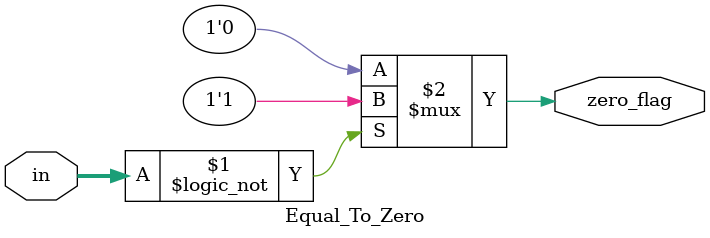
<source format=v>
`timescale 1ns / 1ps

module Equal_To_Zero(input [31:0]in, output zero_flag);

assign zero_flag = (in == 0) ? 1'd1 : 1'd0;

endmodule

</source>
